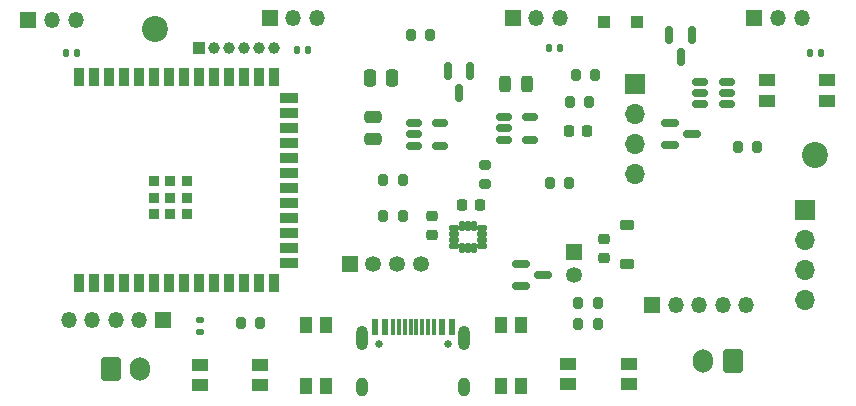
<source format=gbr>
%TF.GenerationSoftware,KiCad,Pcbnew,9.0.1*%
%TF.CreationDate,2025-05-18T13:56:21-05:00*%
%TF.ProjectId,LASK5-V3-0,4c41534b-352d-4563-932d-302e6b696361,rev?*%
%TF.SameCoordinates,Original*%
%TF.FileFunction,Soldermask,Top*%
%TF.FilePolarity,Negative*%
%FSLAX46Y46*%
G04 Gerber Fmt 4.6, Leading zero omitted, Abs format (unit mm)*
G04 Created by KiCad (PCBNEW 9.0.1) date 2025-05-18 13:56:21*
%MOMM*%
%LPD*%
G01*
G04 APERTURE LIST*
G04 Aperture macros list*
%AMRoundRect*
0 Rectangle with rounded corners*
0 $1 Rounding radius*
0 $2 $3 $4 $5 $6 $7 $8 $9 X,Y pos of 4 corners*
0 Add a 4 corners polygon primitive as box body*
4,1,4,$2,$3,$4,$5,$6,$7,$8,$9,$2,$3,0*
0 Add four circle primitives for the rounded corners*
1,1,$1+$1,$2,$3*
1,1,$1+$1,$4,$5*
1,1,$1+$1,$6,$7*
1,1,$1+$1,$8,$9*
0 Add four rect primitives between the rounded corners*
20,1,$1+$1,$2,$3,$4,$5,0*
20,1,$1+$1,$4,$5,$6,$7,0*
20,1,$1+$1,$6,$7,$8,$9,0*
20,1,$1+$1,$8,$9,$2,$3,0*%
G04 Aperture macros list end*
%ADD10R,1.000000X1.000000*%
%ADD11C,1.000000*%
%ADD12RoundRect,0.101600X-0.300000X-0.150000X0.300000X-0.150000X0.300000X0.150000X-0.300000X0.150000X0*%
%ADD13RoundRect,0.101600X0.150000X-0.300000X0.150000X0.300000X-0.150000X0.300000X-0.150000X-0.300000X0*%
%ADD14RoundRect,0.140000X-0.140000X-0.170000X0.140000X-0.170000X0.140000X0.170000X-0.140000X0.170000X0*%
%ADD15RoundRect,0.225000X0.250000X-0.225000X0.250000X0.225000X-0.250000X0.225000X-0.250000X-0.225000X0*%
%ADD16RoundRect,0.200000X-0.200000X-0.275000X0.200000X-0.275000X0.200000X0.275000X-0.200000X0.275000X0*%
%ADD17RoundRect,0.250000X-0.475000X0.250000X-0.475000X-0.250000X0.475000X-0.250000X0.475000X0.250000X0*%
%ADD18RoundRect,0.150000X-0.587500X-0.150000X0.587500X-0.150000X0.587500X0.150000X-0.587500X0.150000X0*%
%ADD19RoundRect,0.200000X0.200000X0.275000X-0.200000X0.275000X-0.200000X-0.275000X0.200000X-0.275000X0*%
%ADD20RoundRect,0.150000X-0.150000X0.587500X-0.150000X-0.587500X0.150000X-0.587500X0.150000X0.587500X0*%
%ADD21RoundRect,0.150000X-0.512500X-0.150000X0.512500X-0.150000X0.512500X0.150000X-0.512500X0.150000X0*%
%ADD22R,1.700000X1.700000*%
%ADD23O,1.700000X1.700000*%
%ADD24R,1.450000X1.000000*%
%ADD25R,1.350000X1.350000*%
%ADD26O,1.350000X1.350000*%
%ADD27RoundRect,0.225000X0.225000X0.250000X-0.225000X0.250000X-0.225000X-0.250000X0.225000X-0.250000X0*%
%ADD28C,2.200000*%
%ADD29RoundRect,0.140000X-0.170000X0.140000X-0.170000X-0.140000X0.170000X-0.140000X0.170000X0.140000X0*%
%ADD30RoundRect,0.250000X-0.300000X-0.300000X0.300000X-0.300000X0.300000X0.300000X-0.300000X0.300000X0*%
%ADD31RoundRect,0.200000X-0.275000X0.200000X-0.275000X-0.200000X0.275000X-0.200000X0.275000X0.200000X0*%
%ADD32RoundRect,0.250000X0.600000X0.750000X-0.600000X0.750000X-0.600000X-0.750000X0.600000X-0.750000X0*%
%ADD33O,1.700000X2.000000*%
%ADD34R,0.812800X1.498600*%
%ADD35R,1.498600X0.812800*%
%ADD36R,0.889000X0.889000*%
%ADD37RoundRect,0.250000X-0.600000X-0.750000X0.600000X-0.750000X0.600000X0.750000X-0.600000X0.750000X0*%
%ADD38C,1.350000*%
%ADD39R,1.000000X1.450000*%
%ADD40RoundRect,0.243750X-0.243750X-0.456250X0.243750X-0.456250X0.243750X0.456250X-0.243750X0.456250X0*%
%ADD41RoundRect,0.225000X-0.375000X0.225000X-0.375000X-0.225000X0.375000X-0.225000X0.375000X0.225000X0*%
%ADD42C,0.650000*%
%ADD43R,0.600000X1.450000*%
%ADD44R,0.300000X1.450000*%
%ADD45O,1.000000X2.100000*%
%ADD46O,1.000000X1.600000*%
%ADD47RoundRect,0.250000X0.250000X0.475000X-0.250000X0.475000X-0.250000X-0.475000X0.250000X-0.475000X0*%
%ADD48RoundRect,0.225000X-0.225000X-0.250000X0.225000X-0.250000X0.225000X0.250000X-0.225000X0.250000X0*%
G04 APERTURE END LIST*
D10*
%TO.C,J6*%
X133690000Y-70700000D03*
D11*
X134960000Y-70700000D03*
X136230000Y-70700000D03*
X137500000Y-70700000D03*
X138770000Y-70700000D03*
X140040000Y-70700000D03*
%TD*%
D12*
%TO.C,IC1*%
X155350000Y-86000000D03*
X155350000Y-86500000D03*
X155350000Y-87000000D03*
X155350000Y-87500000D03*
D13*
X156000000Y-87650000D03*
X156500000Y-87650000D03*
X157000000Y-87650000D03*
D12*
X157650000Y-87500000D03*
X157650000Y-87000000D03*
X157650000Y-86500000D03*
X157650000Y-86000000D03*
D13*
X157000000Y-85850000D03*
X156500000Y-85850000D03*
X156000000Y-85850000D03*
%TD*%
D14*
%TO.C,C2*%
X122484000Y-71120000D03*
X123444000Y-71120000D03*
%TD*%
D15*
%TO.C,C10*%
X153500000Y-86550000D03*
X153500000Y-85000000D03*
%TD*%
D16*
%TO.C,R4*%
X165101000Y-75311000D03*
X166751000Y-75311000D03*
%TD*%
D17*
%TO.C,C6*%
X148452000Y-76581000D03*
X148452000Y-78481000D03*
%TD*%
D18*
%TO.C,Q1*%
X161000000Y-89000000D03*
X161000000Y-90900000D03*
X162875000Y-89950000D03*
%TD*%
D19*
%TO.C,R9*%
X153289000Y-69596000D03*
X151639000Y-69596000D03*
%TD*%
D20*
%TO.C,Q2*%
X156713000Y-72644000D03*
X154813000Y-72644000D03*
X155763000Y-74519000D03*
%TD*%
D21*
%TO.C,U4*%
X159523000Y-76586000D03*
X159523000Y-77536000D03*
X159523000Y-78486000D03*
X161798000Y-78486000D03*
X161798000Y-76586000D03*
%TD*%
D22*
%TO.C,J1*%
X170688000Y-73787000D03*
D23*
X170688000Y-76327000D03*
X170688000Y-78867000D03*
X170688000Y-81407000D03*
%TD*%
D24*
%TO.C,SW_PWR1*%
X181794000Y-75184000D03*
X181794000Y-73484000D03*
X186944000Y-75184000D03*
X186944000Y-73484000D03*
%TD*%
D25*
%TO.C,H2*%
X139732000Y-68167600D03*
D26*
X141732000Y-68167600D03*
X143732000Y-68167600D03*
%TD*%
D27*
%TO.C,C8*%
X166624000Y-77729000D03*
X165074000Y-77729000D03*
%TD*%
D21*
%TO.C,U3*%
X151903000Y-77094000D03*
X151903000Y-78044000D03*
X151903000Y-78994000D03*
X154178000Y-78994000D03*
X154178000Y-77094000D03*
%TD*%
D16*
%TO.C,R3*%
X179325000Y-79121000D03*
X180975000Y-79121000D03*
%TD*%
%TO.C,R2*%
X165850000Y-94107000D03*
X167500000Y-94107000D03*
%TD*%
D28*
%TO.C,H8*%
X130048000Y-69088000D03*
%TD*%
D16*
%TO.C,R8*%
X163450000Y-82169000D03*
X165100000Y-82169000D03*
%TD*%
D18*
%TO.C,Q3*%
X173625000Y-77050000D03*
X173625000Y-78950000D03*
X175500000Y-78000000D03*
%TD*%
D14*
%TO.C,C4*%
X142042000Y-70866000D03*
X143002000Y-70866000D03*
%TD*%
D29*
%TO.C,C5*%
X133858000Y-93782000D03*
X133858000Y-94742000D03*
%TD*%
D14*
%TO.C,C3*%
X185476000Y-71120000D03*
X186436000Y-71120000D03*
%TD*%
D30*
%TO.C,D1*%
X168000000Y-68500000D03*
X170800000Y-68500000D03*
%TD*%
D25*
%TO.C,Joystick1*%
X172085000Y-92456000D03*
D26*
X174085000Y-92456000D03*
X176085000Y-92456000D03*
X178085000Y-92456000D03*
X180085000Y-92456000D03*
%TD*%
D25*
%TO.C,H4*%
X180753000Y-68167600D03*
D26*
X182753000Y-68167600D03*
X184753000Y-68167600D03*
%TD*%
D16*
%TO.C,R1*%
X165850000Y-92329000D03*
X167500000Y-92329000D03*
%TD*%
D24*
%TO.C,SW_SEL1*%
X164973000Y-99187000D03*
X164973000Y-97487000D03*
X170123000Y-99187000D03*
X170123000Y-97487000D03*
%TD*%
D28*
%TO.C,H7*%
X185928000Y-79756000D03*
%TD*%
D31*
%TO.C,R7*%
X157988000Y-80645000D03*
X157988000Y-82295000D03*
%TD*%
D32*
%TO.C,BattExtLTC4054*%
X178923000Y-97201000D03*
D33*
X176423000Y-97201000D03*
%TD*%
D34*
%TO.C,U2*%
X123591000Y-90665000D03*
X124861000Y-90665000D03*
X126131000Y-90665000D03*
X127401000Y-90665000D03*
X128671000Y-90665000D03*
X129941000Y-90665000D03*
X131211000Y-90665000D03*
X132481000Y-90665000D03*
X133751000Y-90665000D03*
X135021000Y-90665000D03*
X136291000Y-90665000D03*
X137561000Y-90665000D03*
X138831000Y-90665000D03*
X140101000Y-90665000D03*
D35*
X141351000Y-88900000D03*
X141351000Y-87630000D03*
X141351000Y-86360000D03*
X141351000Y-85090000D03*
X141351000Y-83820000D03*
X141351000Y-82550000D03*
X141351000Y-81280000D03*
X141351000Y-80010000D03*
X141351000Y-78740000D03*
X141351000Y-77470000D03*
X141351000Y-76200000D03*
X141351000Y-74930000D03*
D34*
X140101000Y-73165000D03*
X138831000Y-73165000D03*
X137561000Y-73165000D03*
X136291000Y-73165000D03*
X135021000Y-73165000D03*
X133751000Y-73165000D03*
X132481000Y-73165000D03*
X131211000Y-73165000D03*
X129941000Y-73165000D03*
X128671000Y-73165000D03*
X127401000Y-73165000D03*
X126131000Y-73165000D03*
X124861000Y-73165000D03*
X123591000Y-73165000D03*
D36*
X131311000Y-83415000D03*
X129911000Y-84815000D03*
X131311000Y-84815000D03*
X132711000Y-84815000D03*
X132711000Y-83415000D03*
X132711000Y-82015000D03*
X131311000Y-82015000D03*
X129911000Y-82015000D03*
X129911000Y-83415000D03*
%TD*%
D37*
%TO.C,J2*%
X126278000Y-97917000D03*
D33*
X128778000Y-97917000D03*
%TD*%
D25*
%TO.C,J3*%
X146500000Y-89000000D03*
D38*
X148500000Y-89000000D03*
X150500000Y-89000000D03*
X152500000Y-89000000D03*
%TD*%
D25*
%TO.C,Joystick2*%
X130683000Y-93726000D03*
D26*
X128683000Y-93726000D03*
X126683000Y-93726000D03*
X124683000Y-93726000D03*
X122683000Y-93726000D03*
%TD*%
D39*
%TO.C,SW_RST1*%
X144526000Y-99314000D03*
X142826000Y-99314000D03*
X144526000Y-94164000D03*
X142826000Y-94164000D03*
%TD*%
D16*
%TO.C,R10*%
X149350000Y-81915000D03*
X151000000Y-81915000D03*
%TD*%
D20*
%TO.C,D3*%
X175450000Y-69625000D03*
X173550000Y-69625000D03*
X174500000Y-71500000D03*
%TD*%
D19*
%TO.C,R6*%
X138937000Y-93980000D03*
X137287000Y-93980000D03*
%TD*%
D40*
%TO.C,D2*%
X159625000Y-73750000D03*
X161500000Y-73750000D03*
%TD*%
D41*
%TO.C,D4*%
X170000000Y-85700000D03*
X170000000Y-89000000D03*
%TD*%
D24*
%TO.C,SW_BOOT1*%
X133788000Y-99236000D03*
X133788000Y-97536000D03*
X138938000Y-99236000D03*
X138938000Y-97536000D03*
%TD*%
D42*
%TO.C,J4*%
X149000000Y-95780000D03*
X154780000Y-95780000D03*
D43*
X148640000Y-94335000D03*
X149440000Y-94335000D03*
D44*
X150640000Y-94335000D03*
X151640000Y-94335000D03*
X152140000Y-94335000D03*
X153140000Y-94335000D03*
D43*
X154340000Y-94335000D03*
X155140000Y-94335000D03*
X155140000Y-94335000D03*
X154340000Y-94335000D03*
D44*
X153640000Y-94335000D03*
X152640000Y-94335000D03*
X151140000Y-94335000D03*
X150140000Y-94335000D03*
D43*
X149440000Y-94335000D03*
X148640000Y-94335000D03*
D45*
X147570000Y-95250000D03*
D46*
X147570000Y-99430000D03*
D45*
X156210000Y-95250000D03*
D46*
X156210000Y-99430000D03*
%TD*%
D15*
%TO.C,C9*%
X168000000Y-88500000D03*
X168000000Y-86950000D03*
%TD*%
D16*
%TO.C,R5*%
X165609000Y-73025000D03*
X167259000Y-73025000D03*
%TD*%
D25*
%TO.C,J5*%
X165500000Y-88000000D03*
D38*
X165500000Y-90000000D03*
%TD*%
D47*
%TO.C,C7*%
X150109000Y-73279000D03*
X148209000Y-73279000D03*
%TD*%
D14*
%TO.C,C1*%
X163378000Y-70739000D03*
X164338000Y-70739000D03*
%TD*%
D48*
%TO.C,C11*%
X156000000Y-84000000D03*
X157550000Y-84000000D03*
%TD*%
D25*
%TO.C,H1*%
X119285000Y-68398600D03*
D26*
X121285000Y-68398600D03*
X123285000Y-68398600D03*
%TD*%
D25*
%TO.C,H3*%
X160306000Y-68167600D03*
D26*
X162306000Y-68167600D03*
X164306000Y-68167600D03*
%TD*%
D22*
%TO.C,J9*%
X185039000Y-84455000D03*
D23*
X185039000Y-86995000D03*
X185039000Y-89535000D03*
X185039000Y-92075000D03*
%TD*%
D21*
%TO.C,MAX1*%
X176160000Y-73599000D03*
X176160000Y-74549000D03*
X176160000Y-75499000D03*
X178435000Y-75499000D03*
X178435000Y-74549000D03*
X178435000Y-73599000D03*
%TD*%
D39*
%TO.C,SW_M1*%
X161036000Y-99314000D03*
X159336000Y-99314000D03*
X161036000Y-94164000D03*
X159336000Y-94164000D03*
%TD*%
D16*
%TO.C,R11*%
X149350000Y-85000000D03*
X151000000Y-85000000D03*
%TD*%
M02*

</source>
